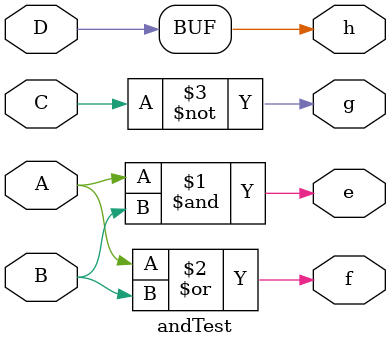
<source format=v>
module andTest(e,f,g,h,A,B,C,D);

    output e,f,g,h;
    input A,B,C,D;

    and #50 (e,A,B);
    or #50 (f,A,B);
    not #50 (g,C);
    buf #50 (h,D);
		

endmodule

</source>
